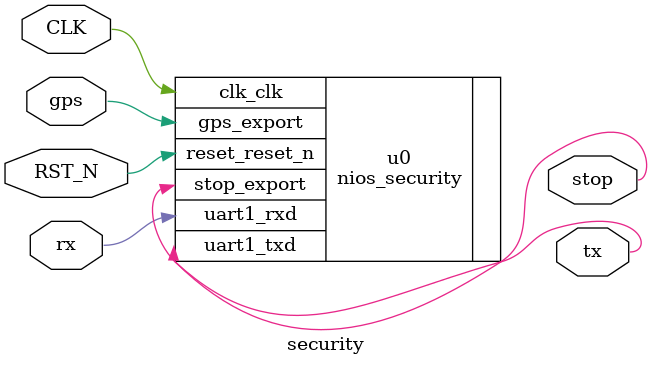
<source format=v>

module security(
CLK,
RST_N,
gps,
stop,//停止信号
rx,
tx
);

input CLK;
input RST_N;
input gps;
output stop;
input rx;
output tx;

    nios_security u0 (
        .clk_clk       (CLK),		  
        .reset_reset_n (RST_N), 
		  .gps_export(gps),
        .stop_export   (stop) ,
	     .uart1_rxd(rx),    
        .uart1_txd(tx)
    );
	 

endmodule 
</source>
